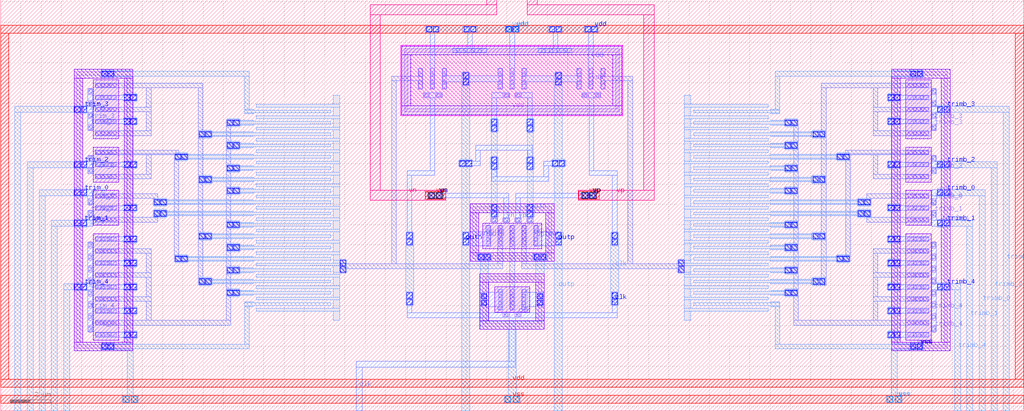
<source format=lef>
VERSION 5.7 ;
  NOWIREEXTENSIONATPIN ON ;
  DIVIDERCHAR "/" ;
  BUSBITCHARS "[]" ;
MACRO comparator
  CLASS BLOCK ;
  FOREIGN comparator ;
  ORIGIN 0.000 0.200 ;
  SIZE 50.520 BY 20.300 ;
  PIN trim_3
    ANTENNAGATEAREA 1.200000 ;
    PORT
      LAYER li1 ;
        RECT 4.335 15.405 4.505 15.735 ;
        RECT 4.335 14.815 4.505 15.145 ;
        RECT 4.335 14.225 4.505 14.555 ;
        RECT 4.335 13.635 4.505 13.965 ;
      LAYER mcon ;
        RECT 4.335 15.485 4.505 15.655 ;
        RECT 4.335 14.895 4.505 15.065 ;
        RECT 4.335 14.305 4.505 14.475 ;
        RECT 4.335 13.715 4.505 13.885 ;
      LAYER met1 ;
        RECT 4.305 14.835 4.535 15.715 ;
        RECT 3.605 14.535 4.535 14.835 ;
        RECT 4.305 13.655 4.535 14.535 ;
      LAYER via ;
        RECT 3.665 14.555 3.925 14.815 ;
        RECT 3.985 14.555 4.245 14.815 ;
      LAYER met2 ;
        RECT 3.655 14.835 4.255 14.885 ;
        RECT 0.700 14.535 4.255 14.835 ;
        RECT 0.700 -0.200 1.000 14.535 ;
        RECT 3.655 14.485 4.255 14.535 ;
    END
  END trim_3
  PIN trim_2
    ANTENNAGATEAREA 0.600000 ;
    PORT
      LAYER li1 ;
        RECT 4.335 12.090 4.505 12.420 ;
        RECT 4.335 11.500 4.505 11.830 ;
      LAYER mcon ;
        RECT 4.335 12.170 4.505 12.340 ;
        RECT 4.335 11.580 4.505 11.750 ;
      LAYER met1 ;
        RECT 4.305 12.110 4.535 12.400 ;
        RECT 3.605 11.810 4.535 12.110 ;
        RECT 4.305 11.520 4.535 11.810 ;
      LAYER via ;
        RECT 3.665 11.830 3.925 12.090 ;
        RECT 3.985 11.830 4.245 12.090 ;
      LAYER met2 ;
        RECT 3.655 12.110 4.255 12.160 ;
        RECT 1.300 11.810 4.255 12.110 ;
        RECT 1.300 -0.200 1.600 11.810 ;
        RECT 3.655 11.760 4.255 11.810 ;
    END
  END trim_2
  PIN trim_0
    ANTENNAGATEAREA 0.300000 ;
    PORT
      LAYER li1 ;
        RECT 4.335 9.955 4.505 10.285 ;
      LAYER mcon ;
        RECT 4.335 10.035 4.505 10.205 ;
      LAYER met1 ;
        RECT 3.605 10.430 4.535 10.730 ;
        RECT 4.305 9.975 4.535 10.430 ;
      LAYER via ;
        RECT 3.665 10.450 3.925 10.710 ;
        RECT 3.985 10.450 4.245 10.710 ;
      LAYER met2 ;
        RECT 3.655 10.730 4.255 10.780 ;
        RECT 1.900 10.430 4.255 10.730 ;
        RECT 1.900 -0.200 2.200 10.430 ;
        RECT 3.655 10.380 4.255 10.430 ;
    END
  END trim_0
  PIN trim_1
    ANTENNAGATEAREA 0.300000 ;
    PORT
      LAYER li1 ;
        RECT 4.335 9.365 4.505 9.695 ;
      LAYER mcon ;
        RECT 4.335 9.445 4.505 9.615 ;
      LAYER met1 ;
        RECT 4.305 9.220 4.535 9.675 ;
        RECT 3.605 8.920 4.535 9.220 ;
      LAYER via ;
        RECT 3.665 8.940 3.925 9.200 ;
        RECT 3.985 8.940 4.245 9.200 ;
      LAYER met2 ;
        RECT 3.655 9.220 4.255 9.270 ;
        RECT 2.500 8.920 4.255 9.220 ;
        RECT 2.500 -0.200 2.800 8.920 ;
        RECT 3.655 8.870 4.255 8.920 ;
    END
  END trim_1
  PIN trim_4
    ANTENNAGATEAREA 2.400000 ;
    PORT
      LAYER li1 ;
        RECT 4.335 7.820 4.505 8.150 ;
        RECT 4.335 7.230 4.505 7.560 ;
        RECT 4.335 6.640 4.505 6.970 ;
        RECT 4.335 6.050 4.505 6.380 ;
        RECT 4.335 5.460 4.505 5.790 ;
        RECT 4.335 4.870 4.505 5.200 ;
        RECT 4.335 4.280 4.505 4.610 ;
        RECT 4.335 3.690 4.505 4.020 ;
      LAYER mcon ;
        RECT 4.335 7.900 4.505 8.070 ;
        RECT 4.335 7.310 4.505 7.480 ;
        RECT 4.335 6.720 4.505 6.890 ;
        RECT 4.335 6.130 4.505 6.300 ;
        RECT 4.335 5.540 4.505 5.710 ;
        RECT 4.335 4.950 4.505 5.120 ;
        RECT 4.335 4.360 4.505 4.530 ;
        RECT 4.335 3.770 4.505 3.940 ;
      LAYER met1 ;
        RECT 4.305 6.070 4.535 8.130 ;
        RECT 3.605 5.770 4.535 6.070 ;
        RECT 4.305 3.710 4.535 5.770 ;
      LAYER via ;
        RECT 3.665 5.790 3.925 6.050 ;
        RECT 3.985 5.790 4.245 6.050 ;
      LAYER met2 ;
        RECT 3.655 6.070 4.255 6.120 ;
        RECT 3.100 5.770 4.255 6.070 ;
        RECT 3.100 -0.200 3.400 5.770 ;
        RECT 3.655 5.720 4.255 5.770 ;
    END
  END trim_4
  PIN trimb_4
    ANTENNAGATEAREA 2.400000 ;
    PORT
      LAYER li1 ;
        RECT 46.015 7.820 46.185 8.150 ;
        RECT 46.015 7.230 46.185 7.560 ;
        RECT 46.015 6.640 46.185 6.970 ;
        RECT 46.015 6.050 46.185 6.380 ;
        RECT 46.015 5.460 46.185 5.790 ;
        RECT 46.015 4.870 46.185 5.200 ;
        RECT 46.015 4.280 46.185 4.610 ;
        RECT 46.015 3.690 46.185 4.020 ;
      LAYER mcon ;
        RECT 46.015 7.900 46.185 8.070 ;
        RECT 46.015 7.310 46.185 7.480 ;
        RECT 46.015 6.720 46.185 6.890 ;
        RECT 46.015 6.130 46.185 6.300 ;
        RECT 46.015 5.540 46.185 5.710 ;
        RECT 46.015 4.950 46.185 5.120 ;
        RECT 46.015 4.360 46.185 4.530 ;
        RECT 46.015 3.770 46.185 3.940 ;
      LAYER met1 ;
        RECT 45.985 6.070 46.215 8.130 ;
        RECT 45.985 5.770 46.915 6.070 ;
        RECT 45.985 3.710 46.215 5.770 ;
      LAYER via ;
        RECT 46.275 5.790 46.535 6.050 ;
        RECT 46.595 5.790 46.855 6.050 ;
      LAYER met2 ;
        RECT 46.265 6.070 46.865 6.120 ;
        RECT 46.265 5.770 47.420 6.070 ;
        RECT 46.265 5.720 46.865 5.770 ;
        RECT 47.120 -0.200 47.420 5.770 ;
    END
  END trimb_4
  PIN trimb_1
    ANTENNAGATEAREA 0.300000 ;
    PORT
      LAYER li1 ;
        RECT 46.015 9.365 46.185 9.695 ;
      LAYER mcon ;
        RECT 46.015 9.445 46.185 9.615 ;
      LAYER met1 ;
        RECT 45.985 9.220 46.215 9.675 ;
        RECT 45.985 8.920 46.915 9.220 ;
      LAYER via ;
        RECT 46.275 8.940 46.535 9.200 ;
        RECT 46.595 8.940 46.855 9.200 ;
      LAYER met2 ;
        RECT 46.265 9.220 46.865 9.270 ;
        RECT 46.265 8.920 48.020 9.220 ;
        RECT 46.265 8.870 46.865 8.920 ;
        RECT 47.720 -0.200 48.020 8.920 ;
    END
  END trimb_1
  PIN trimb_0
    ANTENNAGATEAREA 0.300000 ;
    PORT
      LAYER li1 ;
        RECT 46.015 9.955 46.185 10.285 ;
      LAYER mcon ;
        RECT 46.015 10.035 46.185 10.205 ;
      LAYER met1 ;
        RECT 45.985 10.430 46.915 10.730 ;
        RECT 45.985 9.975 46.215 10.430 ;
      LAYER via ;
        RECT 46.275 10.450 46.535 10.710 ;
        RECT 46.595 10.450 46.855 10.710 ;
      LAYER met2 ;
        RECT 46.265 10.730 46.865 10.780 ;
        RECT 46.265 10.430 48.620 10.730 ;
        RECT 46.265 10.380 46.865 10.430 ;
        RECT 48.320 -0.200 48.620 10.430 ;
    END
  END trimb_0
  PIN trimb_2
    ANTENNAGATEAREA 0.600000 ;
    PORT
      LAYER li1 ;
        RECT 46.015 12.090 46.185 12.420 ;
        RECT 46.015 11.500 46.185 11.830 ;
      LAYER mcon ;
        RECT 46.015 12.170 46.185 12.340 ;
        RECT 46.015 11.580 46.185 11.750 ;
      LAYER met1 ;
        RECT 45.985 12.110 46.215 12.400 ;
        RECT 45.985 11.810 46.915 12.110 ;
        RECT 45.985 11.520 46.215 11.810 ;
      LAYER via ;
        RECT 46.275 11.830 46.535 12.090 ;
        RECT 46.595 11.830 46.855 12.090 ;
      LAYER met2 ;
        RECT 46.265 12.110 46.865 12.160 ;
        RECT 46.265 11.810 49.220 12.110 ;
        RECT 46.265 11.760 46.865 11.810 ;
        RECT 48.920 -0.200 49.220 11.810 ;
    END
  END trimb_2
  PIN trimb_3
    ANTENNAGATEAREA 1.200000 ;
    PORT
      LAYER li1 ;
        RECT 46.015 15.405 46.185 15.735 ;
        RECT 46.015 14.815 46.185 15.145 ;
        RECT 46.015 14.225 46.185 14.555 ;
        RECT 46.015 13.635 46.185 13.965 ;
      LAYER mcon ;
        RECT 46.015 15.485 46.185 15.655 ;
        RECT 46.015 14.895 46.185 15.065 ;
        RECT 46.015 14.305 46.185 14.475 ;
        RECT 46.015 13.715 46.185 13.885 ;
      LAYER met1 ;
        RECT 45.985 14.835 46.215 15.715 ;
        RECT 45.985 14.535 46.915 14.835 ;
        RECT 45.985 13.655 46.215 14.535 ;
      LAYER via ;
        RECT 46.275 14.555 46.535 14.815 ;
        RECT 46.595 14.555 46.855 14.815 ;
      LAYER met2 ;
        RECT 46.265 14.835 46.865 14.885 ;
        RECT 46.265 14.535 49.820 14.835 ;
        RECT 46.265 14.485 46.865 14.535 ;
        RECT 49.520 -0.200 49.820 14.535 ;
    END
  END trimb_3
  PIN outn
    ANTENNAGATEAREA 0.600000 ;
    ANTENNADIFFAREA 0.870000 ;
    PORT
      LAYER li1 ;
        RECT 21.825 15.685 21.995 16.725 ;
        RECT 24.590 15.685 24.760 16.725 ;
        RECT 25.395 15.300 25.725 15.470 ;
        RECT 25.980 9.135 26.310 9.305 ;
        RECT 23.995 7.925 24.165 8.965 ;
      LAYER mcon ;
        RECT 21.825 16.300 21.995 16.470 ;
        RECT 21.825 15.940 21.995 16.110 ;
        RECT 24.590 16.300 24.760 16.470 ;
        RECT 24.590 15.940 24.760 16.110 ;
        RECT 25.475 15.300 25.645 15.470 ;
        RECT 26.060 9.135 26.230 9.305 ;
        RECT 23.995 8.540 24.165 8.710 ;
        RECT 23.995 8.180 24.165 8.350 ;
      LAYER met1 ;
        RECT 21.795 16.345 22.025 16.705 ;
        RECT 22.825 16.345 23.125 16.545 ;
        RECT 24.560 16.345 24.790 16.705 ;
        RECT 21.795 16.045 24.790 16.345 ;
        RECT 21.795 15.705 22.025 16.045 ;
        RECT 22.825 15.845 23.125 16.045 ;
        RECT 24.560 15.705 24.790 16.045 ;
        RECT 25.415 15.270 26.260 15.500 ;
        RECT 26.030 14.250 26.260 15.270 ;
        RECT 25.995 13.550 26.295 14.250 ;
        RECT 26.030 13.525 26.260 13.550 ;
        RECT 23.460 12.680 26.260 12.910 ;
        RECT 22.620 12.135 23.320 12.170 ;
        RECT 23.460 12.135 23.690 12.680 ;
        RECT 26.030 12.375 26.260 12.680 ;
        RECT 22.620 11.905 23.690 12.135 ;
        RECT 22.620 11.870 23.320 11.905 ;
        RECT 25.995 11.675 26.295 12.375 ;
        RECT 25.995 9.335 26.295 10.035 ;
        RECT 26.000 9.105 26.290 9.335 ;
        RECT 23.965 8.645 24.195 8.945 ;
        RECT 22.825 7.945 24.195 8.645 ;
      LAYER via ;
        RECT 22.845 16.225 23.105 16.485 ;
        RECT 22.845 15.905 23.105 16.165 ;
        RECT 26.015 13.930 26.275 14.190 ;
        RECT 26.015 13.610 26.275 13.870 ;
        RECT 22.680 11.890 22.940 12.150 ;
        RECT 23.000 11.890 23.260 12.150 ;
        RECT 26.015 12.055 26.275 12.315 ;
        RECT 26.015 11.735 26.275 11.995 ;
        RECT 26.015 9.715 26.275 9.975 ;
        RECT 26.015 9.395 26.275 9.655 ;
        RECT 22.845 8.325 23.105 8.585 ;
        RECT 22.845 8.005 23.105 8.265 ;
      LAYER met2 ;
        RECT 22.775 12.220 23.175 16.495 ;
        RECT 25.995 14.200 26.295 14.250 ;
        RECT 25.945 13.600 26.345 14.200 ;
        RECT 25.995 12.325 26.295 13.600 ;
        RECT 22.670 11.820 23.270 12.220 ;
        RECT 22.775 -0.200 23.175 11.820 ;
        RECT 25.945 11.725 26.345 12.325 ;
        RECT 25.995 9.985 26.295 11.725 ;
        RECT 25.945 9.385 26.345 9.985 ;
    END
  END outn
  PIN outp
    ANTENNAGATEAREA 0.600000 ;
    ANTENNADIFFAREA 0.870000 ;
    PORT
      LAYER li1 ;
        RECT 25.770 15.685 25.940 16.725 ;
        RECT 28.485 15.685 28.655 16.725 ;
        RECT 24.805 15.300 25.135 15.470 ;
        RECT 24.210 9.135 24.540 9.305 ;
        RECT 26.355 7.925 26.525 8.965 ;
      LAYER mcon ;
        RECT 25.770 16.300 25.940 16.470 ;
        RECT 25.770 15.940 25.940 16.110 ;
        RECT 28.485 16.300 28.655 16.470 ;
        RECT 28.485 15.940 28.655 16.110 ;
        RECT 24.885 15.300 25.055 15.470 ;
        RECT 24.290 9.135 24.460 9.305 ;
        RECT 26.355 8.540 26.525 8.710 ;
        RECT 26.355 8.180 26.525 8.350 ;
      LAYER met1 ;
        RECT 25.740 16.345 25.970 16.705 ;
        RECT 27.395 16.345 27.695 16.545 ;
        RECT 28.455 16.345 28.685 16.705 ;
        RECT 25.740 16.045 28.685 16.345 ;
        RECT 25.740 15.705 25.970 16.045 ;
        RECT 27.395 15.845 27.695 16.045 ;
        RECT 28.455 15.705 28.685 16.045 ;
        RECT 24.260 15.270 25.115 15.500 ;
        RECT 24.260 14.250 24.490 15.270 ;
        RECT 24.225 13.550 24.525 14.250 ;
        RECT 24.225 11.675 24.525 12.375 ;
        RECT 27.200 12.135 27.900 12.170 ;
        RECT 26.830 11.905 27.900 12.135 ;
        RECT 24.260 11.370 24.490 11.675 ;
        RECT 26.830 11.370 27.060 11.905 ;
        RECT 27.200 11.870 27.900 11.905 ;
        RECT 24.260 11.140 27.060 11.370 ;
        RECT 24.225 9.335 24.525 10.035 ;
        RECT 24.230 9.105 24.520 9.335 ;
        RECT 26.325 8.645 26.555 8.945 ;
        RECT 26.325 7.945 27.695 8.645 ;
      LAYER via ;
        RECT 27.415 16.225 27.675 16.485 ;
        RECT 27.415 15.905 27.675 16.165 ;
        RECT 24.245 13.930 24.505 14.190 ;
        RECT 24.245 13.610 24.505 13.870 ;
        RECT 24.245 12.055 24.505 12.315 ;
        RECT 24.245 11.735 24.505 11.995 ;
        RECT 27.260 11.890 27.520 12.150 ;
        RECT 27.580 11.890 27.840 12.150 ;
        RECT 24.245 9.715 24.505 9.975 ;
        RECT 24.245 9.395 24.505 9.655 ;
        RECT 27.415 8.325 27.675 8.585 ;
        RECT 27.415 8.005 27.675 8.265 ;
      LAYER met2 ;
        RECT 24.225 14.200 24.525 14.250 ;
        RECT 24.175 13.600 24.575 14.200 ;
        RECT 24.225 12.325 24.525 13.600 ;
        RECT 24.175 11.725 24.575 12.325 ;
        RECT 27.345 12.220 27.745 16.495 ;
        RECT 27.250 11.820 27.850 12.220 ;
        RECT 24.225 9.985 24.525 11.725 ;
        RECT 24.175 9.385 24.575 9.985 ;
        RECT 27.345 -0.200 27.745 11.820 ;
    END
  END outp
  PIN clk
    ANTENNAGATEAREA 1.800000 ;
    PORT
      LAYER li1 ;
        RECT 20.860 15.300 21.190 15.470 ;
        RECT 21.450 15.300 21.780 15.470 ;
        RECT 28.700 15.300 29.030 15.470 ;
        RECT 29.290 15.300 29.620 15.470 ;
        RECT 24.800 4.435 25.130 4.605 ;
        RECT 25.390 4.435 25.720 4.605 ;
      LAYER mcon ;
        RECT 20.940 15.300 21.110 15.470 ;
        RECT 21.530 15.300 21.700 15.470 ;
        RECT 28.780 15.300 28.950 15.470 ;
        RECT 29.370 15.300 29.540 15.470 ;
        RECT 24.880 4.435 25.050 4.605 ;
        RECT 25.470 4.435 25.640 4.605 ;
      LAYER met1 ;
        RECT 20.880 15.270 21.800 15.500 ;
        RECT 28.720 15.270 29.640 15.500 ;
        RECT 21.205 11.665 21.435 15.270 ;
        RECT 20.080 11.435 21.435 11.665 ;
        RECT 29.055 11.665 29.285 15.270 ;
        RECT 29.055 11.435 30.440 11.665 ;
        RECT 20.080 8.645 20.310 11.435 ;
        RECT 30.210 8.645 30.440 11.435 ;
        RECT 20.045 7.945 20.345 8.645 ;
        RECT 30.175 7.945 30.475 8.645 ;
        RECT 20.045 4.980 20.345 5.680 ;
        RECT 30.175 4.980 30.475 5.680 ;
        RECT 20.080 4.635 20.310 4.980 ;
        RECT 30.210 4.635 30.440 4.980 ;
        RECT 20.080 4.405 30.440 4.635 ;
        RECT 25.110 2.240 25.410 4.405 ;
        RECT 17.560 1.940 25.410 2.240 ;
        RECT 17.560 -0.200 17.860 1.940 ;
      LAYER via ;
        RECT 20.065 8.325 20.325 8.585 ;
        RECT 20.065 8.005 20.325 8.265 ;
        RECT 30.195 8.325 30.455 8.585 ;
        RECT 30.195 8.005 30.455 8.265 ;
        RECT 20.065 5.360 20.325 5.620 ;
        RECT 20.065 5.040 20.325 5.300 ;
        RECT 30.195 5.360 30.455 5.620 ;
        RECT 30.195 5.040 30.455 5.300 ;
      LAYER met2 ;
        RECT 19.995 5.030 20.395 8.595 ;
        RECT 30.125 5.030 30.525 8.595 ;
    END
  END clk
  PIN vdd
    ANTENNADIFFAREA 0.870000 ;
    PORT
      LAYER li1 ;
        RECT 19.940 17.510 30.540 17.680 ;
        RECT 19.940 14.730 20.110 17.510 ;
        RECT 21.235 15.685 21.405 16.725 ;
        RECT 25.180 15.685 25.350 16.725 ;
        RECT 29.075 15.685 29.245 16.725 ;
        RECT 30.370 14.730 30.540 17.510 ;
        RECT 19.940 14.560 30.540 14.730 ;
      LAYER mcon ;
        RECT 22.510 17.510 22.680 17.680 ;
        RECT 22.870 17.510 23.040 17.680 ;
        RECT 23.230 17.510 23.400 17.680 ;
        RECT 23.590 17.510 23.760 17.680 ;
        RECT 26.730 17.510 26.900 17.680 ;
        RECT 27.090 17.510 27.260 17.680 ;
        RECT 27.450 17.510 27.620 17.680 ;
        RECT 27.810 17.510 27.980 17.680 ;
        RECT 21.235 16.300 21.405 16.470 ;
        RECT 21.235 15.940 21.405 16.110 ;
        RECT 25.180 16.300 25.350 16.470 ;
        RECT 25.180 15.940 25.350 16.110 ;
        RECT 29.075 16.300 29.245 16.470 ;
        RECT 29.075 15.940 29.245 16.110 ;
      LAYER met1 ;
        RECT 20.970 18.500 21.670 18.800 ;
        RECT 22.825 18.500 23.525 18.800 ;
        RECT 24.915 18.500 25.615 18.800 ;
        RECT 27.045 18.500 27.745 18.800 ;
        RECT 28.810 18.500 29.510 18.800 ;
        RECT 21.205 15.705 21.435 18.500 ;
        RECT 23.060 17.710 23.290 18.500 ;
        RECT 22.320 17.480 23.995 17.710 ;
        RECT 25.150 15.705 25.380 18.500 ;
        RECT 27.280 17.710 27.510 18.500 ;
        RECT 26.540 17.480 28.215 17.710 ;
        RECT 29.045 15.705 29.275 18.500 ;
      LAYER via ;
        RECT 21.030 18.520 21.290 18.780 ;
        RECT 21.350 18.520 21.610 18.780 ;
        RECT 22.885 18.520 23.145 18.780 ;
        RECT 23.205 18.520 23.465 18.780 ;
        RECT 24.975 18.520 25.235 18.780 ;
        RECT 25.295 18.520 25.555 18.780 ;
        RECT 27.105 18.520 27.365 18.780 ;
        RECT 27.425 18.520 27.685 18.780 ;
        RECT 28.870 18.520 29.130 18.780 ;
        RECT 29.190 18.520 29.450 18.780 ;
      LAYER met2 ;
        RECT 21.020 18.450 29.460 18.850 ;
      LAYER via2 ;
        RECT 24.925 18.510 25.205 18.790 ;
        RECT 25.325 18.510 25.605 18.790 ;
      LAYER met3 ;
        RECT 0.000 18.450 50.520 18.850 ;
        RECT 0.000 1.370 0.400 18.450 ;
        RECT 50.120 1.370 50.520 18.450 ;
        RECT 0.000 0.970 50.520 1.370 ;
    END
  END vdd
  PIN vss
    ANTENNADIFFAREA 20.448900 ;
    PORT
      LAYER pwell ;
        RECT 3.630 16.235 6.520 16.665 ;
        RECT 3.630 3.185 4.060 16.235 ;
        RECT 6.090 3.185 6.520 16.235 ;
        RECT 44.000 16.235 46.890 16.665 ;
        RECT 23.180 9.585 27.340 10.015 ;
        RECT 23.180 7.615 23.610 9.585 ;
        RECT 26.910 7.615 27.340 9.585 ;
        RECT 23.180 7.185 27.340 7.615 ;
        RECT 23.670 6.145 26.850 6.575 ;
        RECT 23.670 4.250 24.100 6.145 ;
        RECT 26.420 4.250 26.850 6.145 ;
        RECT 23.670 3.820 26.850 4.250 ;
        RECT 3.630 2.755 6.520 3.185 ;
        RECT 44.000 3.185 44.430 16.235 ;
        RECT 46.460 3.185 46.890 16.235 ;
        RECT 44.000 2.755 46.890 3.185 ;
      LAYER li1 ;
        RECT 3.760 16.365 6.390 16.535 ;
        RECT 3.760 3.055 3.930 16.365 ;
        RECT 4.675 15.190 5.715 15.360 ;
        RECT 4.675 14.010 5.715 14.180 ;
        RECT 4.675 11.875 5.715 12.045 ;
        RECT 4.675 9.740 5.715 9.910 ;
        RECT 4.675 8.195 5.715 8.365 ;
        RECT 4.675 7.015 5.715 7.185 ;
        RECT 4.675 5.835 5.715 6.005 ;
        RECT 4.675 4.655 5.715 4.825 ;
        RECT 4.675 3.475 5.715 3.645 ;
        RECT 6.220 3.055 6.390 16.365 ;
        RECT 44.130 16.365 46.760 16.535 ;
        RECT 23.310 9.715 27.210 9.885 ;
        RECT 23.310 7.485 23.480 9.715 ;
        RECT 27.040 7.485 27.210 9.715 ;
        RECT 23.310 7.315 27.210 7.485 ;
        RECT 23.800 6.275 26.720 6.445 ;
        RECT 23.800 4.120 23.970 6.275 ;
        RECT 24.585 4.775 24.755 5.815 ;
        RECT 25.765 4.775 25.935 5.815 ;
        RECT 26.550 4.120 26.720 6.275 ;
        RECT 23.800 3.950 26.720 4.120 ;
        RECT 3.760 2.885 6.390 3.055 ;
        RECT 44.130 3.055 44.300 16.365 ;
        RECT 44.805 15.190 45.845 15.360 ;
        RECT 44.805 14.010 45.845 14.180 ;
        RECT 44.805 11.875 45.845 12.045 ;
        RECT 44.805 9.740 45.845 9.910 ;
        RECT 44.805 8.195 45.845 8.365 ;
        RECT 44.805 7.015 45.845 7.185 ;
        RECT 44.805 5.835 45.845 6.005 ;
        RECT 44.805 4.655 45.845 4.825 ;
        RECT 44.805 3.475 45.845 3.645 ;
        RECT 46.590 3.055 46.760 16.365 ;
        RECT 44.130 2.885 46.760 3.055 ;
      LAYER mcon ;
        RECT 5.025 16.365 5.195 16.535 ;
        RECT 5.385 16.365 5.555 16.535 ;
        RECT 4.930 15.190 5.100 15.360 ;
        RECT 5.290 15.190 5.460 15.360 ;
        RECT 4.930 14.010 5.100 14.180 ;
        RECT 5.290 14.010 5.460 14.180 ;
        RECT 4.930 11.875 5.100 12.045 ;
        RECT 5.290 11.875 5.460 12.045 ;
        RECT 4.930 9.740 5.100 9.910 ;
        RECT 5.290 9.740 5.460 9.910 ;
        RECT 4.930 8.195 5.100 8.365 ;
        RECT 5.290 8.195 5.460 8.365 ;
        RECT 4.930 7.015 5.100 7.185 ;
        RECT 5.290 7.015 5.460 7.185 ;
        RECT 4.930 5.835 5.100 6.005 ;
        RECT 5.290 5.835 5.460 6.005 ;
        RECT 4.930 4.655 5.100 4.825 ;
        RECT 5.290 4.655 5.460 4.825 ;
        RECT 4.930 3.475 5.100 3.645 ;
        RECT 5.290 3.475 5.460 3.645 ;
        RECT 44.965 16.365 45.135 16.535 ;
        RECT 45.325 16.365 45.495 16.535 ;
        RECT 23.620 7.315 23.790 7.485 ;
        RECT 23.980 7.315 24.150 7.485 ;
        RECT 26.370 7.315 26.540 7.485 ;
        RECT 26.730 7.315 26.900 7.485 ;
        RECT 23.800 5.390 23.970 5.560 ;
        RECT 23.800 5.030 23.970 5.200 ;
        RECT 24.585 5.390 24.755 5.560 ;
        RECT 24.585 5.030 24.755 5.200 ;
        RECT 25.765 5.390 25.935 5.560 ;
        RECT 25.765 5.030 25.935 5.200 ;
        RECT 26.550 5.390 26.720 5.560 ;
        RECT 26.550 5.030 26.720 5.200 ;
        RECT 5.025 2.885 5.195 3.055 ;
        RECT 5.385 2.885 5.555 3.055 ;
        RECT 45.060 15.190 45.230 15.360 ;
        RECT 45.420 15.190 45.590 15.360 ;
        RECT 45.060 14.010 45.230 14.180 ;
        RECT 45.420 14.010 45.590 14.180 ;
        RECT 45.060 11.875 45.230 12.045 ;
        RECT 45.420 11.875 45.590 12.045 ;
        RECT 45.060 9.740 45.230 9.910 ;
        RECT 45.420 9.740 45.590 9.910 ;
        RECT 45.060 8.195 45.230 8.365 ;
        RECT 45.420 8.195 45.590 8.365 ;
        RECT 45.060 7.015 45.230 7.185 ;
        RECT 45.420 7.015 45.590 7.185 ;
        RECT 45.060 5.835 45.230 6.005 ;
        RECT 45.420 5.835 45.590 6.005 ;
        RECT 45.060 4.655 45.230 4.825 ;
        RECT 45.420 4.655 45.590 4.825 ;
        RECT 45.060 3.475 45.230 3.645 ;
        RECT 45.420 3.475 45.590 3.645 ;
        RECT 44.965 2.885 45.135 3.055 ;
        RECT 45.325 2.885 45.495 3.055 ;
      LAYER met1 ;
        RECT 4.940 16.300 5.640 16.600 ;
        RECT 44.880 16.300 45.580 16.600 ;
        RECT 6.045 15.390 6.745 15.425 ;
        RECT 4.695 15.160 6.745 15.390 ;
        RECT 6.045 15.125 6.745 15.160 ;
        RECT 43.775 15.390 44.475 15.425 ;
        RECT 43.775 15.160 45.825 15.390 ;
        RECT 43.775 15.125 44.475 15.160 ;
        RECT 6.045 14.210 6.745 14.245 ;
        RECT 4.695 13.980 6.745 14.210 ;
        RECT 6.045 13.945 6.745 13.980 ;
        RECT 43.775 14.210 44.475 14.245 ;
        RECT 43.775 13.980 45.825 14.210 ;
        RECT 43.775 13.945 44.475 13.980 ;
        RECT 6.045 12.075 6.745 12.110 ;
        RECT 4.695 11.845 6.745 12.075 ;
        RECT 6.045 11.810 6.745 11.845 ;
        RECT 43.775 12.075 44.475 12.110 ;
        RECT 43.775 11.845 45.825 12.075 ;
        RECT 43.775 11.810 44.475 11.845 ;
        RECT 6.045 9.940 6.745 9.975 ;
        RECT 4.695 9.710 6.745 9.940 ;
        RECT 6.045 9.675 6.745 9.710 ;
        RECT 43.775 9.940 44.475 9.975 ;
        RECT 43.775 9.710 45.825 9.940 ;
        RECT 43.775 9.675 44.475 9.710 ;
        RECT 6.045 8.395 6.745 8.430 ;
        RECT 4.695 8.165 6.745 8.395 ;
        RECT 6.045 8.130 6.745 8.165 ;
        RECT 43.775 8.395 44.475 8.430 ;
        RECT 43.775 8.165 45.825 8.395 ;
        RECT 43.775 8.130 44.475 8.165 ;
        RECT 23.535 7.250 24.235 7.550 ;
        RECT 26.285 7.250 26.985 7.550 ;
        RECT 6.045 7.215 6.745 7.250 ;
        RECT 4.695 6.985 6.745 7.215 ;
        RECT 6.045 6.950 6.745 6.985 ;
        RECT 43.775 7.215 44.475 7.250 ;
        RECT 43.775 6.985 45.825 7.215 ;
        RECT 43.775 6.950 44.475 6.985 ;
        RECT 6.045 6.035 6.745 6.070 ;
        RECT 4.695 5.805 6.745 6.035 ;
        RECT 6.045 5.770 6.745 5.805 ;
        RECT 43.775 6.035 44.475 6.070 ;
        RECT 43.775 5.805 45.825 6.035 ;
        RECT 24.555 5.645 24.785 5.795 ;
        RECT 23.735 4.945 24.785 5.645 ;
        RECT 6.045 4.855 6.745 4.890 ;
        RECT 4.695 4.625 6.745 4.855 ;
        RECT 24.555 4.795 24.785 4.945 ;
        RECT 25.735 5.645 25.965 5.795 ;
        RECT 43.775 5.770 44.475 5.805 ;
        RECT 25.735 4.945 26.785 5.645 ;
        RECT 25.735 4.795 25.965 4.945 ;
        RECT 43.775 4.855 44.475 4.890 ;
        RECT 6.045 4.590 6.745 4.625 ;
        RECT 43.775 4.625 45.825 4.855 ;
        RECT 43.775 4.590 44.475 4.625 ;
        RECT 6.045 3.675 6.745 3.710 ;
        RECT 4.695 3.445 6.745 3.675 ;
        RECT 6.045 3.410 6.745 3.445 ;
        RECT 43.775 3.675 44.475 3.710 ;
        RECT 43.775 3.445 45.825 3.675 ;
        RECT 43.775 3.410 44.475 3.445 ;
        RECT 4.940 2.820 5.640 3.120 ;
        RECT 44.880 2.820 45.580 3.120 ;
      LAYER via ;
        RECT 5.000 16.320 5.260 16.580 ;
        RECT 5.320 16.320 5.580 16.580 ;
        RECT 44.940 16.320 45.200 16.580 ;
        RECT 45.260 16.320 45.520 16.580 ;
        RECT 6.105 15.145 6.365 15.405 ;
        RECT 6.425 15.145 6.685 15.405 ;
        RECT 43.835 15.145 44.095 15.405 ;
        RECT 44.155 15.145 44.415 15.405 ;
        RECT 6.105 13.965 6.365 14.225 ;
        RECT 6.425 13.965 6.685 14.225 ;
        RECT 43.835 13.965 44.095 14.225 ;
        RECT 44.155 13.965 44.415 14.225 ;
        RECT 6.105 11.830 6.365 12.090 ;
        RECT 6.425 11.830 6.685 12.090 ;
        RECT 43.835 11.830 44.095 12.090 ;
        RECT 44.155 11.830 44.415 12.090 ;
        RECT 6.105 9.695 6.365 9.955 ;
        RECT 6.425 9.695 6.685 9.955 ;
        RECT 43.835 9.695 44.095 9.955 ;
        RECT 44.155 9.695 44.415 9.955 ;
        RECT 6.105 8.150 6.365 8.410 ;
        RECT 6.425 8.150 6.685 8.410 ;
        RECT 43.835 8.150 44.095 8.410 ;
        RECT 44.155 8.150 44.415 8.410 ;
        RECT 23.595 7.270 23.855 7.530 ;
        RECT 23.915 7.270 24.175 7.530 ;
        RECT 26.345 7.270 26.605 7.530 ;
        RECT 26.665 7.270 26.925 7.530 ;
        RECT 6.105 6.970 6.365 7.230 ;
        RECT 6.425 6.970 6.685 7.230 ;
        RECT 43.835 6.970 44.095 7.230 ;
        RECT 44.155 6.970 44.415 7.230 ;
        RECT 6.105 5.790 6.365 6.050 ;
        RECT 6.425 5.790 6.685 6.050 ;
        RECT 23.755 5.325 24.015 5.585 ;
        RECT 23.755 5.005 24.015 5.265 ;
        RECT 6.105 4.610 6.365 4.870 ;
        RECT 6.425 4.610 6.685 4.870 ;
        RECT 43.835 5.790 44.095 6.050 ;
        RECT 44.155 5.790 44.415 6.050 ;
        RECT 26.505 5.325 26.765 5.585 ;
        RECT 26.505 5.005 26.765 5.265 ;
        RECT 43.835 4.610 44.095 4.870 ;
        RECT 44.155 4.610 44.415 4.870 ;
        RECT 6.105 3.430 6.365 3.690 ;
        RECT 6.425 3.430 6.685 3.690 ;
        RECT 43.835 3.430 44.095 3.690 ;
        RECT 44.155 3.430 44.415 3.690 ;
        RECT 5.000 2.840 5.260 3.100 ;
        RECT 5.320 2.840 5.580 3.100 ;
        RECT 44.940 2.840 45.200 3.100 ;
        RECT 45.260 2.840 45.520 3.100 ;
      LAYER met2 ;
        RECT 4.990 16.600 5.590 16.650 ;
        RECT 44.930 16.600 45.530 16.650 ;
        RECT 4.990 16.565 6.545 16.600 ;
        RECT 43.975 16.565 45.530 16.600 ;
        RECT 4.990 16.335 12.275 16.565 ;
        RECT 4.990 16.300 6.545 16.335 ;
        RECT 4.990 16.250 5.590 16.300 ;
        RECT 6.245 15.475 6.545 16.300 ;
        RECT 6.095 15.075 6.695 15.475 ;
        RECT 6.245 14.295 6.545 15.075 ;
        RECT 12.045 14.700 12.275 16.335 ;
        RECT 38.245 16.335 45.530 16.565 ;
        RECT 38.245 14.700 38.475 16.335 ;
        RECT 43.975 16.300 45.530 16.335 ;
        RECT 43.975 15.475 44.275 16.300 ;
        RECT 44.930 16.250 45.530 16.300 ;
        RECT 43.825 15.075 44.425 15.475 ;
        RECT 12.045 14.655 12.480 14.700 ;
        RECT 38.040 14.655 38.475 14.700 ;
        RECT 12.045 14.515 16.290 14.655 ;
        RECT 34.230 14.515 38.475 14.655 ;
        RECT 12.045 14.470 12.480 14.515 ;
        RECT 38.040 14.470 38.475 14.515 ;
        RECT 43.975 14.295 44.275 15.075 ;
        RECT 6.095 13.895 6.695 14.295 ;
        RECT 43.825 13.895 44.425 14.295 ;
        RECT 6.245 12.160 6.545 13.895 ;
        RECT 43.975 12.160 44.275 13.895 ;
        RECT 6.095 11.760 6.695 12.160 ;
        RECT 43.825 11.760 44.425 12.160 ;
        RECT 6.245 10.025 6.545 11.760 ;
        RECT 43.975 10.025 44.275 11.760 ;
        RECT 6.095 9.625 6.695 10.025 ;
        RECT 43.825 9.625 44.425 10.025 ;
        RECT 6.245 8.480 6.545 9.625 ;
        RECT 43.975 8.480 44.275 9.625 ;
        RECT 6.095 8.080 6.695 8.480 ;
        RECT 43.825 8.080 44.425 8.480 ;
        RECT 6.245 7.300 6.545 8.080 ;
        RECT 6.095 6.900 6.695 7.300 ;
        RECT 23.585 7.200 24.185 7.600 ;
        RECT 26.335 7.200 26.935 7.600 ;
        RECT 43.975 7.300 44.275 8.080 ;
        RECT 6.245 6.120 6.545 6.900 ;
        RECT 6.095 5.720 6.695 6.120 ;
        RECT 6.245 4.940 6.545 5.720 ;
        RECT 12.045 5.135 12.480 5.180 ;
        RECT 12.045 4.995 16.290 5.135 ;
        RECT 12.045 4.950 12.480 4.995 ;
        RECT 6.095 4.540 6.695 4.940 ;
        RECT 6.245 3.760 6.545 4.540 ;
        RECT 6.095 3.360 6.695 3.760 ;
        RECT 4.990 3.120 5.590 3.170 ;
        RECT 6.245 3.120 6.545 3.360 ;
        RECT 4.990 3.085 6.545 3.120 ;
        RECT 12.045 3.085 12.275 4.950 ;
        RECT 23.685 4.235 24.085 7.200 ;
        RECT 26.435 4.235 26.835 7.200 ;
        RECT 43.825 6.900 44.425 7.300 ;
        RECT 43.975 6.120 44.275 6.900 ;
        RECT 43.825 5.720 44.425 6.120 ;
        RECT 38.040 5.135 38.475 5.180 ;
        RECT 34.230 4.995 38.475 5.135 ;
        RECT 38.040 4.950 38.475 4.995 ;
        RECT 23.685 3.835 26.835 4.235 ;
        RECT 4.990 2.855 12.275 3.085 ;
        RECT 4.990 2.820 6.545 2.855 ;
        RECT 4.990 2.770 5.590 2.820 ;
        RECT 6.245 0.570 6.545 2.820 ;
        RECT 25.060 0.570 25.460 3.835 ;
        RECT 38.245 3.085 38.475 4.950 ;
        RECT 43.975 4.940 44.275 5.720 ;
        RECT 43.825 4.540 44.425 4.940 ;
        RECT 43.975 3.760 44.275 4.540 ;
        RECT 43.825 3.360 44.425 3.760 ;
        RECT 43.975 3.120 44.275 3.360 ;
        RECT 44.930 3.120 45.530 3.170 ;
        RECT 43.975 3.085 45.530 3.120 ;
        RECT 38.245 2.855 45.530 3.085 ;
        RECT 43.975 2.820 45.530 2.855 ;
        RECT 43.975 0.570 44.275 2.820 ;
        RECT 44.930 2.770 45.530 2.820 ;
        RECT 5.995 0.170 6.795 0.570 ;
        RECT 24.860 0.170 25.660 0.570 ;
        RECT 43.725 0.170 44.525 0.570 ;
      LAYER via2 ;
        RECT 6.055 0.230 6.335 0.510 ;
        RECT 6.455 0.230 6.735 0.510 ;
        RECT 24.920 0.230 25.200 0.510 ;
        RECT 25.320 0.230 25.600 0.510 ;
        RECT 43.785 0.230 44.065 0.510 ;
        RECT 44.185 0.230 44.465 0.510 ;
      LAYER met3 ;
        RECT 0.000 0.170 50.520 0.570 ;
    END
  END vss
  PIN vn
    ANTENNAGATEAREA 0.300000 ;
    PORT
      LAYER li1 ;
        RECT 24.800 9.135 25.130 9.305 ;
      LAYER mcon ;
        RECT 24.880 9.135 25.050 9.305 ;
      LAYER met1 ;
        RECT 21.125 10.555 21.825 10.590 ;
        RECT 21.125 10.325 25.080 10.555 ;
        RECT 21.125 10.290 21.825 10.325 ;
        RECT 24.850 9.335 25.080 10.325 ;
        RECT 24.820 9.105 25.110 9.335 ;
      LAYER via ;
        RECT 21.185 10.310 21.445 10.570 ;
        RECT 21.505 10.310 21.765 10.570 ;
      LAYER met2 ;
        RECT 21.075 10.240 21.875 10.640 ;
      LAYER via2 ;
        RECT 21.135 10.300 21.415 10.580 ;
        RECT 21.535 10.300 21.815 10.580 ;
      LAYER met3 ;
        RECT 20.970 10.240 21.980 10.640 ;
      LAYER via3 ;
        RECT 21.115 10.280 21.435 10.600 ;
        RECT 21.515 10.280 21.835 10.600 ;
      LAYER met4 ;
        RECT 24.010 19.850 24.510 20.100 ;
        RECT 18.250 19.350 24.510 19.850 ;
        RECT 18.250 10.690 18.750 19.350 ;
        RECT 18.250 10.190 21.990 10.690 ;
    END
  END vn
  PIN vp
    ANTENNAGATEAREA 0.300000 ;
    PORT
      LAYER li1 ;
        RECT 25.390 9.135 25.720 9.305 ;
      LAYER mcon ;
        RECT 25.470 9.135 25.640 9.305 ;
      LAYER met1 ;
        RECT 28.695 10.555 29.395 10.590 ;
        RECT 25.440 10.325 29.395 10.555 ;
        RECT 25.440 9.335 25.670 10.325 ;
        RECT 28.695 10.290 29.395 10.325 ;
        RECT 25.410 9.105 25.700 9.335 ;
      LAYER via ;
        RECT 28.755 10.310 29.015 10.570 ;
        RECT 29.075 10.310 29.335 10.570 ;
      LAYER met2 ;
        RECT 28.645 10.240 29.445 10.640 ;
      LAYER via2 ;
        RECT 28.705 10.300 28.985 10.580 ;
        RECT 29.105 10.300 29.385 10.580 ;
      LAYER met3 ;
        RECT 28.540 10.240 29.550 10.640 ;
      LAYER via3 ;
        RECT 28.685 10.280 29.005 10.600 ;
        RECT 29.085 10.280 29.405 10.600 ;
      LAYER met4 ;
        RECT 26.010 19.850 26.510 20.100 ;
        RECT 26.010 19.350 32.270 19.850 ;
        RECT 31.770 10.690 32.270 19.350 ;
        RECT 28.530 10.190 32.270 10.690 ;
    END
  END vp
  OBS
      LAYER nwell ;
        RECT 19.760 17.810 30.720 17.860 ;
      LAYER pwell ;
        RECT 4.565 13.230 5.825 16.140 ;
      LAYER nwell ;
        RECT 19.760 14.430 19.810 17.810 ;
      LAYER pwell ;
        RECT 19.810 17.380 30.670 17.810 ;
        RECT 19.810 14.860 20.240 17.380 ;
      LAYER nwell ;
        RECT 20.240 14.860 30.240 17.380 ;
      LAYER pwell ;
        RECT 30.240 14.860 30.670 17.380 ;
        RECT 19.810 14.430 30.670 14.860 ;
      LAYER nwell ;
        RECT 30.670 14.430 30.720 17.810 ;
        RECT 19.760 14.380 30.720 14.430 ;
      LAYER pwell ;
        RECT 44.695 13.230 45.955 16.140 ;
        RECT 4.565 11.095 5.825 12.825 ;
        RECT 44.695 11.095 45.955 12.825 ;
        RECT 4.565 8.960 5.825 10.690 ;
        RECT 4.565 3.285 5.825 8.555 ;
        RECT 23.805 7.815 26.715 9.075 ;
        RECT 44.695 8.960 45.955 10.690 ;
        RECT 24.395 4.665 26.125 5.925 ;
        RECT 44.695 3.285 45.955 8.555 ;
      LAYER li1 ;
        RECT 4.675 15.780 5.715 15.950 ;
        RECT 20.645 15.685 20.815 16.725 ;
        RECT 29.665 15.685 29.835 16.725 ;
        RECT 44.805 15.780 45.845 15.950 ;
        RECT 4.675 14.600 5.715 14.770 ;
        RECT 44.805 14.600 45.845 14.770 ;
        RECT 4.675 13.420 5.715 13.590 ;
        RECT 44.805 13.420 45.845 13.590 ;
        RECT 4.675 12.465 5.715 12.635 ;
        RECT 44.805 12.465 45.845 12.635 ;
        RECT 4.675 11.285 5.715 11.455 ;
        RECT 44.805 11.285 45.845 11.455 ;
        RECT 4.675 10.330 5.715 10.500 ;
        RECT 44.805 10.330 45.845 10.500 ;
        RECT 4.675 9.150 5.715 9.320 ;
        RECT 44.805 9.150 45.845 9.320 ;
        RECT 24.585 7.925 24.755 8.965 ;
        RECT 25.175 7.925 25.345 8.965 ;
        RECT 25.765 7.925 25.935 8.965 ;
        RECT 4.675 7.605 5.715 7.775 ;
        RECT 44.805 7.605 45.845 7.775 ;
        RECT 4.675 6.425 5.715 6.595 ;
        RECT 44.805 6.425 45.845 6.595 ;
        RECT 4.675 5.245 5.715 5.415 ;
        RECT 25.175 4.775 25.345 5.815 ;
        RECT 44.805 5.245 45.845 5.415 ;
        RECT 4.675 4.065 5.715 4.235 ;
        RECT 44.805 4.065 45.845 4.235 ;
      LAYER mcon ;
        RECT 20.645 16.300 20.815 16.470 ;
        RECT 4.930 15.780 5.100 15.950 ;
        RECT 5.290 15.780 5.460 15.950 ;
        RECT 20.645 15.940 20.815 16.110 ;
        RECT 29.665 16.300 29.835 16.470 ;
        RECT 29.665 15.940 29.835 16.110 ;
        RECT 45.060 15.780 45.230 15.950 ;
        RECT 45.420 15.780 45.590 15.950 ;
        RECT 4.930 14.600 5.100 14.770 ;
        RECT 5.290 14.600 5.460 14.770 ;
        RECT 45.060 14.600 45.230 14.770 ;
        RECT 45.420 14.600 45.590 14.770 ;
        RECT 4.930 13.420 5.100 13.590 ;
        RECT 5.290 13.420 5.460 13.590 ;
        RECT 45.060 13.420 45.230 13.590 ;
        RECT 45.420 13.420 45.590 13.590 ;
        RECT 4.930 12.465 5.100 12.635 ;
        RECT 5.290 12.465 5.460 12.635 ;
        RECT 45.060 12.465 45.230 12.635 ;
        RECT 45.420 12.465 45.590 12.635 ;
        RECT 4.930 11.285 5.100 11.455 ;
        RECT 5.290 11.285 5.460 11.455 ;
        RECT 45.060 11.285 45.230 11.455 ;
        RECT 45.420 11.285 45.590 11.455 ;
        RECT 4.930 10.330 5.100 10.500 ;
        RECT 5.290 10.330 5.460 10.500 ;
        RECT 45.060 10.330 45.230 10.500 ;
        RECT 45.420 10.330 45.590 10.500 ;
        RECT 4.930 9.150 5.100 9.320 ;
        RECT 5.290 9.150 5.460 9.320 ;
        RECT 45.060 9.150 45.230 9.320 ;
        RECT 45.420 9.150 45.590 9.320 ;
        RECT 24.585 8.540 24.755 8.710 ;
        RECT 24.585 8.180 24.755 8.350 ;
        RECT 25.175 8.540 25.345 8.710 ;
        RECT 25.175 8.180 25.345 8.350 ;
        RECT 25.765 8.540 25.935 8.710 ;
        RECT 25.765 8.180 25.935 8.350 ;
        RECT 4.930 7.605 5.100 7.775 ;
        RECT 5.290 7.605 5.460 7.775 ;
        RECT 45.060 7.605 45.230 7.775 ;
        RECT 45.420 7.605 45.590 7.775 ;
        RECT 4.930 6.425 5.100 6.595 ;
        RECT 5.290 6.425 5.460 6.595 ;
        RECT 45.060 6.425 45.230 6.595 ;
        RECT 45.420 6.425 45.590 6.595 ;
        RECT 4.930 5.245 5.100 5.415 ;
        RECT 5.290 5.245 5.460 5.415 ;
        RECT 25.175 5.390 25.345 5.560 ;
        RECT 45.060 5.245 45.230 5.415 ;
        RECT 45.420 5.245 45.590 5.415 ;
        RECT 25.175 5.030 25.345 5.200 ;
        RECT 4.930 4.065 5.100 4.235 ;
        RECT 5.290 4.065 5.460 4.235 ;
        RECT 45.060 4.065 45.230 4.235 ;
        RECT 45.420 4.065 45.590 4.235 ;
      LAYER met1 ;
        RECT 20.615 16.320 20.845 16.705 ;
        RECT 19.315 16.090 20.845 16.320 ;
        RECT 4.695 15.750 9.985 15.980 ;
        RECT 7.195 14.800 7.425 15.750 ;
        RECT 4.695 14.570 7.425 14.800 ;
        RECT 7.195 13.620 7.425 14.570 ;
        RECT 4.695 13.390 7.425 13.620 ;
        RECT 9.755 13.615 9.985 15.750 ;
        RECT 11.130 13.875 11.830 14.175 ;
        RECT 9.755 13.315 10.455 13.615 ;
        RECT 4.695 12.495 8.790 12.665 ;
        RECT 4.695 12.435 9.260 12.495 ;
        RECT 7.195 11.485 7.425 12.435 ;
        RECT 4.695 11.255 7.425 11.485 ;
        RECT 8.560 12.195 9.260 12.435 ;
        RECT 4.695 10.300 7.755 10.530 ;
        RECT 7.525 10.255 7.755 10.300 ;
        RECT 7.525 9.955 8.225 10.255 ;
        RECT 7.525 9.395 8.225 9.695 ;
        RECT 7.525 9.350 7.755 9.395 ;
        RECT 4.695 9.120 7.755 9.350 ;
        RECT 4.695 7.575 7.425 7.805 ;
        RECT 7.195 6.625 7.425 7.575 ;
        RECT 8.560 7.455 8.790 12.195 ;
        RECT 9.755 11.375 9.985 13.315 ;
        RECT 11.130 13.055 11.360 13.875 ;
        RECT 11.130 12.755 11.830 13.055 ;
        RECT 11.130 11.935 11.360 12.755 ;
        RECT 11.130 11.635 11.830 11.935 ;
        RECT 9.755 11.075 10.455 11.375 ;
        RECT 9.755 8.575 9.985 11.075 ;
        RECT 11.130 10.815 11.360 11.635 ;
        RECT 11.130 10.515 11.830 10.815 ;
        RECT 11.130 9.135 11.360 10.515 ;
        RECT 11.130 8.835 11.830 9.135 ;
        RECT 9.755 8.275 10.455 8.575 ;
        RECT 8.560 7.155 9.260 7.455 ;
        RECT 4.695 6.395 7.425 6.625 ;
        RECT 7.195 5.445 7.425 6.395 ;
        RECT 9.755 6.335 9.985 8.275 ;
        RECT 11.130 8.015 11.360 8.835 ;
        RECT 11.130 7.715 11.830 8.015 ;
        RECT 11.130 6.895 11.360 7.715 ;
        RECT 16.750 7.055 17.050 7.290 ;
        RECT 19.315 7.055 19.545 16.090 ;
        RECT 20.615 15.705 20.845 16.090 ;
        RECT 29.635 16.320 29.865 16.705 ;
        RECT 29.635 16.090 31.205 16.320 ;
        RECT 29.635 15.705 29.865 16.090 ;
        RECT 24.555 7.055 24.785 8.945 ;
        RECT 11.130 6.595 11.830 6.895 ;
        RECT 16.750 6.825 24.785 7.055 ;
        RECT 9.755 6.035 10.455 6.335 ;
        RECT 4.695 5.215 7.425 5.445 ;
        RECT 7.195 4.265 7.425 5.215 ;
        RECT 11.130 5.775 11.360 6.595 ;
        RECT 16.750 6.590 17.050 6.825 ;
        RECT 11.130 5.475 11.830 5.775 ;
        RECT 11.130 4.265 11.360 5.475 ;
        RECT 25.145 4.795 25.375 8.945 ;
        RECT 25.735 7.055 25.965 8.945 ;
        RECT 30.975 7.055 31.205 16.090 ;
        RECT 40.535 15.750 45.825 15.980 ;
        RECT 38.690 13.875 39.390 14.175 ;
        RECT 39.160 13.055 39.390 13.875 ;
        RECT 40.535 13.615 40.765 15.750 ;
        RECT 40.065 13.315 40.765 13.615 ;
        RECT 43.095 14.800 43.325 15.750 ;
        RECT 43.095 14.570 45.825 14.800 ;
        RECT 43.095 13.620 43.325 14.570 ;
        RECT 43.095 13.390 45.825 13.620 ;
        RECT 38.690 12.755 39.390 13.055 ;
        RECT 39.160 11.935 39.390 12.755 ;
        RECT 38.690 11.635 39.390 11.935 ;
        RECT 39.160 10.815 39.390 11.635 ;
        RECT 40.535 11.375 40.765 13.315 ;
        RECT 41.730 12.495 45.825 12.665 ;
        RECT 41.260 12.435 45.825 12.495 ;
        RECT 41.260 12.195 41.960 12.435 ;
        RECT 40.065 11.075 40.765 11.375 ;
        RECT 38.690 10.515 39.390 10.815 ;
        RECT 39.160 9.135 39.390 10.515 ;
        RECT 38.690 8.835 39.390 9.135 ;
        RECT 39.160 8.015 39.390 8.835 ;
        RECT 40.535 8.575 40.765 11.075 ;
        RECT 40.065 8.275 40.765 8.575 ;
        RECT 38.690 7.715 39.390 8.015 ;
        RECT 33.470 7.055 33.770 7.290 ;
        RECT 25.735 6.825 33.770 7.055 ;
        RECT 39.160 6.895 39.390 7.715 ;
        RECT 33.470 6.590 33.770 6.825 ;
        RECT 38.690 6.595 39.390 6.895 ;
        RECT 39.160 5.775 39.390 6.595 ;
        RECT 40.535 6.335 40.765 8.275 ;
        RECT 41.730 7.455 41.960 12.195 ;
        RECT 43.095 11.485 43.325 12.435 ;
        RECT 43.095 11.255 45.825 11.485 ;
        RECT 42.765 10.300 45.825 10.530 ;
        RECT 42.765 10.255 42.995 10.300 ;
        RECT 42.295 9.955 42.995 10.255 ;
        RECT 42.295 9.395 42.995 9.695 ;
        RECT 42.765 9.350 42.995 9.395 ;
        RECT 42.765 9.120 45.825 9.350 ;
        RECT 41.260 7.155 41.960 7.455 ;
        RECT 43.095 7.575 45.825 7.805 ;
        RECT 40.065 6.035 40.765 6.335 ;
        RECT 43.095 6.625 43.325 7.575 ;
        RECT 43.095 6.395 45.825 6.625 ;
        RECT 38.690 5.475 39.390 5.775 ;
        RECT 4.695 4.035 11.360 4.265 ;
        RECT 39.160 4.265 39.390 5.475 ;
        RECT 43.095 5.445 43.325 6.395 ;
        RECT 43.095 5.215 45.825 5.445 ;
        RECT 43.095 4.265 43.325 5.215 ;
        RECT 39.160 4.035 45.825 4.265 ;
      LAYER via ;
        RECT 11.190 13.895 11.450 14.155 ;
        RECT 11.510 13.895 11.770 14.155 ;
        RECT 9.815 13.335 10.075 13.595 ;
        RECT 10.135 13.335 10.395 13.595 ;
        RECT 8.620 12.215 8.880 12.475 ;
        RECT 8.940 12.215 9.200 12.475 ;
        RECT 7.585 9.975 7.845 10.235 ;
        RECT 7.905 9.975 8.165 10.235 ;
        RECT 7.585 9.415 7.845 9.675 ;
        RECT 7.905 9.415 8.165 9.675 ;
        RECT 11.190 12.775 11.450 13.035 ;
        RECT 11.510 12.775 11.770 13.035 ;
        RECT 11.190 11.655 11.450 11.915 ;
        RECT 11.510 11.655 11.770 11.915 ;
        RECT 9.815 11.095 10.075 11.355 ;
        RECT 10.135 11.095 10.395 11.355 ;
        RECT 11.190 10.535 11.450 10.795 ;
        RECT 11.510 10.535 11.770 10.795 ;
        RECT 11.190 8.855 11.450 9.115 ;
        RECT 11.510 8.855 11.770 9.115 ;
        RECT 9.815 8.295 10.075 8.555 ;
        RECT 10.135 8.295 10.395 8.555 ;
        RECT 8.620 7.175 8.880 7.435 ;
        RECT 8.940 7.175 9.200 7.435 ;
        RECT 11.190 7.735 11.450 7.995 ;
        RECT 11.510 7.735 11.770 7.995 ;
        RECT 16.770 6.970 17.030 7.230 ;
        RECT 11.190 6.615 11.450 6.875 ;
        RECT 11.510 6.615 11.770 6.875 ;
        RECT 16.770 6.650 17.030 6.910 ;
        RECT 9.815 6.055 10.075 6.315 ;
        RECT 10.135 6.055 10.395 6.315 ;
        RECT 11.190 5.495 11.450 5.755 ;
        RECT 11.510 5.495 11.770 5.755 ;
        RECT 38.750 13.895 39.010 14.155 ;
        RECT 39.070 13.895 39.330 14.155 ;
        RECT 40.125 13.335 40.385 13.595 ;
        RECT 40.445 13.335 40.705 13.595 ;
        RECT 38.750 12.775 39.010 13.035 ;
        RECT 39.070 12.775 39.330 13.035 ;
        RECT 38.750 11.655 39.010 11.915 ;
        RECT 39.070 11.655 39.330 11.915 ;
        RECT 41.320 12.215 41.580 12.475 ;
        RECT 41.640 12.215 41.900 12.475 ;
        RECT 40.125 11.095 40.385 11.355 ;
        RECT 40.445 11.095 40.705 11.355 ;
        RECT 38.750 10.535 39.010 10.795 ;
        RECT 39.070 10.535 39.330 10.795 ;
        RECT 38.750 8.855 39.010 9.115 ;
        RECT 39.070 8.855 39.330 9.115 ;
        RECT 40.125 8.295 40.385 8.555 ;
        RECT 40.445 8.295 40.705 8.555 ;
        RECT 38.750 7.735 39.010 7.995 ;
        RECT 39.070 7.735 39.330 7.995 ;
        RECT 33.490 6.970 33.750 7.230 ;
        RECT 33.490 6.650 33.750 6.910 ;
        RECT 38.750 6.615 39.010 6.875 ;
        RECT 39.070 6.615 39.330 6.875 ;
        RECT 42.355 9.975 42.615 10.235 ;
        RECT 42.675 9.975 42.935 10.235 ;
        RECT 42.355 9.415 42.615 9.675 ;
        RECT 42.675 9.415 42.935 9.675 ;
        RECT 41.320 7.175 41.580 7.435 ;
        RECT 41.640 7.175 41.900 7.435 ;
        RECT 40.125 6.055 40.385 6.315 ;
        RECT 40.445 6.055 40.705 6.315 ;
        RECT 38.750 5.495 39.010 5.755 ;
        RECT 39.070 5.495 39.330 5.755 ;
      LAYER met2 ;
        RECT 16.430 14.935 16.750 15.375 ;
        RECT 12.620 14.795 16.750 14.935 ;
        RECT 16.430 14.375 16.750 14.795 ;
        RECT 12.620 14.235 16.750 14.375 ;
        RECT 11.180 14.140 11.780 14.225 ;
        RECT 11.180 14.095 12.480 14.140 ;
        RECT 11.180 13.955 16.290 14.095 ;
        RECT 11.180 13.910 12.480 13.955 ;
        RECT 11.180 13.825 11.780 13.910 ;
        RECT 16.430 13.815 16.750 14.235 ;
        RECT 12.620 13.675 16.750 13.815 ;
        RECT 9.805 13.580 10.405 13.665 ;
        RECT 9.805 13.535 12.480 13.580 ;
        RECT 9.805 13.395 16.290 13.535 ;
        RECT 9.805 13.350 12.480 13.395 ;
        RECT 9.805 13.265 10.405 13.350 ;
        RECT 16.430 13.255 16.750 13.675 ;
        RECT 12.620 13.115 16.750 13.255 ;
        RECT 11.180 13.020 11.780 13.105 ;
        RECT 11.180 12.975 12.480 13.020 ;
        RECT 11.180 12.835 16.290 12.975 ;
        RECT 11.180 12.790 12.480 12.835 ;
        RECT 11.180 12.705 11.780 12.790 ;
        RECT 16.430 12.695 16.750 13.115 ;
        RECT 12.620 12.555 16.750 12.695 ;
        RECT 8.610 12.460 9.210 12.545 ;
        RECT 8.610 12.415 12.480 12.460 ;
        RECT 8.610 12.275 16.290 12.415 ;
        RECT 8.610 12.230 12.480 12.275 ;
        RECT 8.610 12.145 9.210 12.230 ;
        RECT 16.430 12.135 16.750 12.555 ;
        RECT 12.620 11.995 16.750 12.135 ;
        RECT 11.180 11.900 11.780 11.985 ;
        RECT 11.180 11.855 12.480 11.900 ;
        RECT 11.180 11.715 16.290 11.855 ;
        RECT 11.180 11.670 12.480 11.715 ;
        RECT 11.180 11.585 11.780 11.670 ;
        RECT 16.430 11.575 16.750 11.995 ;
        RECT 12.620 11.435 16.750 11.575 ;
        RECT 9.805 11.340 10.405 11.425 ;
        RECT 9.805 11.295 12.480 11.340 ;
        RECT 9.805 11.155 16.290 11.295 ;
        RECT 9.805 11.110 12.480 11.155 ;
        RECT 9.805 11.025 10.405 11.110 ;
        RECT 16.430 11.015 16.750 11.435 ;
        RECT 12.620 10.875 16.750 11.015 ;
        RECT 11.180 10.780 11.780 10.865 ;
        RECT 11.180 10.735 12.480 10.780 ;
        RECT 11.180 10.595 16.290 10.735 ;
        RECT 11.180 10.550 12.480 10.595 ;
        RECT 11.180 10.465 11.780 10.550 ;
        RECT 16.430 10.455 16.750 10.875 ;
        RECT 12.620 10.315 16.750 10.455 ;
        RECT 7.575 10.220 8.175 10.305 ;
        RECT 7.575 10.175 12.480 10.220 ;
        RECT 7.575 10.035 16.290 10.175 ;
        RECT 7.575 9.990 12.480 10.035 ;
        RECT 7.575 9.905 8.175 9.990 ;
        RECT 16.430 9.895 16.750 10.315 ;
        RECT 12.620 9.755 16.750 9.895 ;
        RECT 7.575 9.660 8.175 9.745 ;
        RECT 7.575 9.615 12.480 9.660 ;
        RECT 7.575 9.475 16.290 9.615 ;
        RECT 7.575 9.430 12.480 9.475 ;
        RECT 7.575 9.345 8.175 9.430 ;
        RECT 16.430 9.335 16.750 9.755 ;
        RECT 12.620 9.195 16.750 9.335 ;
        RECT 11.180 9.100 11.780 9.185 ;
        RECT 11.180 9.055 12.480 9.100 ;
        RECT 11.180 8.915 16.290 9.055 ;
        RECT 11.180 8.870 12.480 8.915 ;
        RECT 11.180 8.785 11.780 8.870 ;
        RECT 16.430 8.775 16.750 9.195 ;
        RECT 12.620 8.635 16.750 8.775 ;
        RECT 9.805 8.540 10.405 8.625 ;
        RECT 9.805 8.495 12.480 8.540 ;
        RECT 9.805 8.355 16.290 8.495 ;
        RECT 9.805 8.310 12.480 8.355 ;
        RECT 9.805 8.225 10.405 8.310 ;
        RECT 16.430 8.215 16.750 8.635 ;
        RECT 12.620 8.075 16.750 8.215 ;
        RECT 11.180 7.980 11.780 8.065 ;
        RECT 11.180 7.935 12.480 7.980 ;
        RECT 11.180 7.795 16.290 7.935 ;
        RECT 11.180 7.750 12.480 7.795 ;
        RECT 11.180 7.665 11.780 7.750 ;
        RECT 16.430 7.655 16.750 8.075 ;
        RECT 12.620 7.515 16.750 7.655 ;
        RECT 8.610 7.420 9.210 7.505 ;
        RECT 8.610 7.375 12.480 7.420 ;
        RECT 8.610 7.235 16.290 7.375 ;
        RECT 16.430 7.240 16.750 7.515 ;
        RECT 33.770 14.935 34.090 15.375 ;
        RECT 33.770 14.795 37.900 14.935 ;
        RECT 33.770 14.375 34.090 14.795 ;
        RECT 33.770 14.235 37.900 14.375 ;
        RECT 33.770 13.815 34.090 14.235 ;
        RECT 38.740 14.140 39.340 14.225 ;
        RECT 38.040 14.095 39.340 14.140 ;
        RECT 34.230 13.955 39.340 14.095 ;
        RECT 38.040 13.910 39.340 13.955 ;
        RECT 38.740 13.825 39.340 13.910 ;
        RECT 33.770 13.675 37.900 13.815 ;
        RECT 33.770 13.255 34.090 13.675 ;
        RECT 40.115 13.580 40.715 13.665 ;
        RECT 38.040 13.535 40.715 13.580 ;
        RECT 34.230 13.395 40.715 13.535 ;
        RECT 38.040 13.350 40.715 13.395 ;
        RECT 40.115 13.265 40.715 13.350 ;
        RECT 33.770 13.115 37.900 13.255 ;
        RECT 33.770 12.695 34.090 13.115 ;
        RECT 38.740 13.020 39.340 13.105 ;
        RECT 38.040 12.975 39.340 13.020 ;
        RECT 34.230 12.835 39.340 12.975 ;
        RECT 38.040 12.790 39.340 12.835 ;
        RECT 38.740 12.705 39.340 12.790 ;
        RECT 33.770 12.555 37.900 12.695 ;
        RECT 33.770 12.135 34.090 12.555 ;
        RECT 41.310 12.460 41.910 12.545 ;
        RECT 38.040 12.415 41.910 12.460 ;
        RECT 34.230 12.275 41.910 12.415 ;
        RECT 38.040 12.230 41.910 12.275 ;
        RECT 41.310 12.145 41.910 12.230 ;
        RECT 33.770 11.995 37.900 12.135 ;
        RECT 33.770 11.575 34.090 11.995 ;
        RECT 38.740 11.900 39.340 11.985 ;
        RECT 38.040 11.855 39.340 11.900 ;
        RECT 34.230 11.715 39.340 11.855 ;
        RECT 38.040 11.670 39.340 11.715 ;
        RECT 38.740 11.585 39.340 11.670 ;
        RECT 33.770 11.435 37.900 11.575 ;
        RECT 33.770 11.015 34.090 11.435 ;
        RECT 40.115 11.340 40.715 11.425 ;
        RECT 38.040 11.295 40.715 11.340 ;
        RECT 34.230 11.155 40.715 11.295 ;
        RECT 38.040 11.110 40.715 11.155 ;
        RECT 40.115 11.025 40.715 11.110 ;
        RECT 33.770 10.875 37.900 11.015 ;
        RECT 33.770 10.455 34.090 10.875 ;
        RECT 38.740 10.780 39.340 10.865 ;
        RECT 38.040 10.735 39.340 10.780 ;
        RECT 34.230 10.595 39.340 10.735 ;
        RECT 38.040 10.550 39.340 10.595 ;
        RECT 38.740 10.465 39.340 10.550 ;
        RECT 33.770 10.315 37.900 10.455 ;
        RECT 33.770 9.895 34.090 10.315 ;
        RECT 42.345 10.220 42.945 10.305 ;
        RECT 38.040 10.175 42.945 10.220 ;
        RECT 34.230 10.035 42.945 10.175 ;
        RECT 38.040 9.990 42.945 10.035 ;
        RECT 42.345 9.905 42.945 9.990 ;
        RECT 33.770 9.755 37.900 9.895 ;
        RECT 33.770 9.335 34.090 9.755 ;
        RECT 42.345 9.660 42.945 9.745 ;
        RECT 38.040 9.615 42.945 9.660 ;
        RECT 34.230 9.475 42.945 9.615 ;
        RECT 38.040 9.430 42.945 9.475 ;
        RECT 42.345 9.345 42.945 9.430 ;
        RECT 33.770 9.195 37.900 9.335 ;
        RECT 33.770 8.775 34.090 9.195 ;
        RECT 38.740 9.100 39.340 9.185 ;
        RECT 38.040 9.055 39.340 9.100 ;
        RECT 34.230 8.915 39.340 9.055 ;
        RECT 38.040 8.870 39.340 8.915 ;
        RECT 38.740 8.785 39.340 8.870 ;
        RECT 33.770 8.635 37.900 8.775 ;
        RECT 33.770 8.215 34.090 8.635 ;
        RECT 40.115 8.540 40.715 8.625 ;
        RECT 38.040 8.495 40.715 8.540 ;
        RECT 34.230 8.355 40.715 8.495 ;
        RECT 38.040 8.310 40.715 8.355 ;
        RECT 40.115 8.225 40.715 8.310 ;
        RECT 33.770 8.075 37.900 8.215 ;
        RECT 33.770 7.655 34.090 8.075 ;
        RECT 38.740 7.980 39.340 8.065 ;
        RECT 38.040 7.935 39.340 7.980 ;
        RECT 34.230 7.795 39.340 7.935 ;
        RECT 38.040 7.750 39.340 7.795 ;
        RECT 38.740 7.665 39.340 7.750 ;
        RECT 33.770 7.515 37.900 7.655 ;
        RECT 33.770 7.240 34.090 7.515 ;
        RECT 41.310 7.420 41.910 7.505 ;
        RECT 38.040 7.375 41.910 7.420 ;
        RECT 8.610 7.190 12.480 7.235 ;
        RECT 8.610 7.105 9.210 7.190 ;
        RECT 16.430 7.095 17.100 7.240 ;
        RECT 12.620 6.955 17.100 7.095 ;
        RECT 11.180 6.860 11.780 6.945 ;
        RECT 11.180 6.815 12.480 6.860 ;
        RECT 11.180 6.675 16.290 6.815 ;
        RECT 11.180 6.630 12.480 6.675 ;
        RECT 16.430 6.640 17.100 6.955 ;
        RECT 33.420 7.095 34.090 7.240 ;
        RECT 34.230 7.235 41.910 7.375 ;
        RECT 38.040 7.190 41.910 7.235 ;
        RECT 41.310 7.105 41.910 7.190 ;
        RECT 33.420 6.955 37.900 7.095 ;
        RECT 33.420 6.640 34.090 6.955 ;
        RECT 38.740 6.860 39.340 6.945 ;
        RECT 38.040 6.815 39.340 6.860 ;
        RECT 34.230 6.675 39.340 6.815 ;
        RECT 11.180 6.545 11.780 6.630 ;
        RECT 16.430 6.535 16.750 6.640 ;
        RECT 12.620 6.395 16.750 6.535 ;
        RECT 9.805 6.300 10.405 6.385 ;
        RECT 9.805 6.255 12.480 6.300 ;
        RECT 9.805 6.115 16.290 6.255 ;
        RECT 9.805 6.070 12.480 6.115 ;
        RECT 9.805 5.985 10.405 6.070 ;
        RECT 16.430 5.975 16.750 6.395 ;
        RECT 12.620 5.835 16.750 5.975 ;
        RECT 11.180 5.740 11.780 5.825 ;
        RECT 11.180 5.695 12.480 5.740 ;
        RECT 11.180 5.555 16.290 5.695 ;
        RECT 11.180 5.510 12.480 5.555 ;
        RECT 11.180 5.425 11.780 5.510 ;
        RECT 16.430 5.415 16.750 5.835 ;
        RECT 12.620 5.275 16.750 5.415 ;
        RECT 16.430 4.855 16.750 5.275 ;
        RECT 12.620 4.715 16.750 4.855 ;
        RECT 16.430 4.275 16.750 4.715 ;
        RECT 33.770 6.535 34.090 6.640 ;
        RECT 38.040 6.630 39.340 6.675 ;
        RECT 38.740 6.545 39.340 6.630 ;
        RECT 33.770 6.395 37.900 6.535 ;
        RECT 33.770 5.975 34.090 6.395 ;
        RECT 40.115 6.300 40.715 6.385 ;
        RECT 38.040 6.255 40.715 6.300 ;
        RECT 34.230 6.115 40.715 6.255 ;
        RECT 38.040 6.070 40.715 6.115 ;
        RECT 40.115 5.985 40.715 6.070 ;
        RECT 33.770 5.835 37.900 5.975 ;
        RECT 33.770 5.415 34.090 5.835 ;
        RECT 38.740 5.740 39.340 5.825 ;
        RECT 38.040 5.695 39.340 5.740 ;
        RECT 34.230 5.555 39.340 5.695 ;
        RECT 38.040 5.510 39.340 5.555 ;
        RECT 38.740 5.425 39.340 5.510 ;
        RECT 33.770 5.275 37.900 5.415 ;
        RECT 33.770 4.855 34.090 5.275 ;
        RECT 33.770 4.715 37.900 4.855 ;
        RECT 33.770 4.275 34.090 4.715 ;
  END
END comparator
END LIBRARY


</source>
